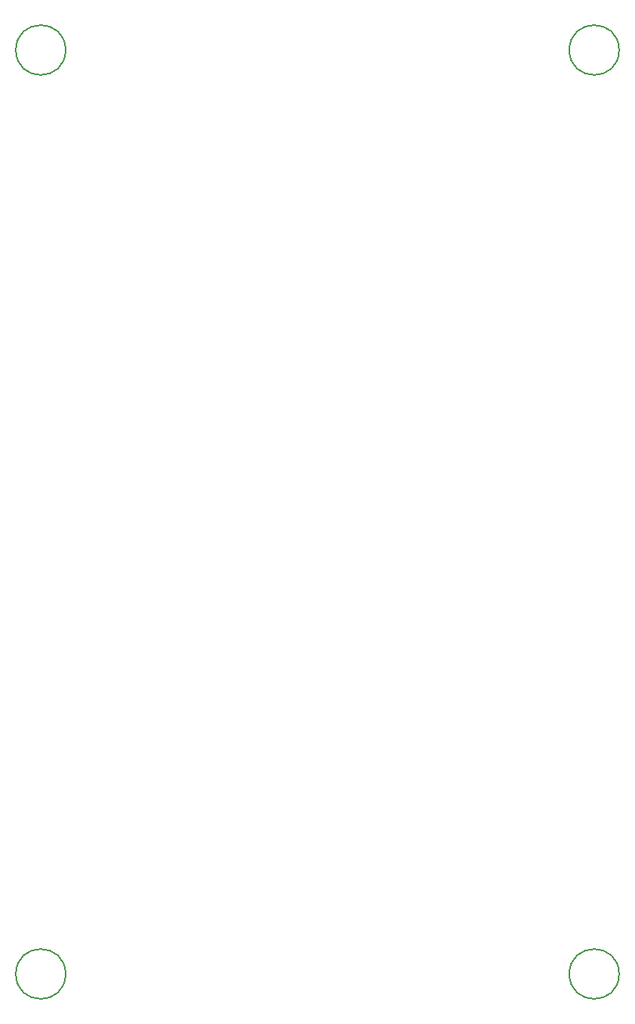
<source format=gbr>
%TF.GenerationSoftware,KiCad,Pcbnew,(6.0.7)*%
%TF.CreationDate,2022-10-27T00:54:25+02:00*%
%TF.ProjectId,flipdot-brose-esp32,666c6970-646f-4742-9d62-726f73652d65,rev?*%
%TF.SameCoordinates,Original*%
%TF.FileFunction,Other,Comment*%
%FSLAX46Y46*%
G04 Gerber Fmt 4.6, Leading zero omitted, Abs format (unit mm)*
G04 Created by KiCad (PCBNEW (6.0.7)) date 2022-10-27 00:54:25*
%MOMM*%
%LPD*%
G01*
G04 APERTURE LIST*
%ADD10C,0.150000*%
G04 APERTURE END LIST*
D10*
%TO.C,H4*%
X102700000Y-37500000D02*
G75*
G03*
X102700000Y-37500000I-2700000J0D01*
G01*
%TO.C,H3*%
X102700000Y-137500000D02*
G75*
G03*
X102700000Y-137500000I-2700000J0D01*
G01*
%TO.C,H2*%
X42700000Y-137500000D02*
G75*
G03*
X42700000Y-137500000I-2700000J0D01*
G01*
%TO.C,H1*%
X42700000Y-37500000D02*
G75*
G03*
X42700000Y-37500000I-2700000J0D01*
G01*
%TD*%
M02*

</source>
